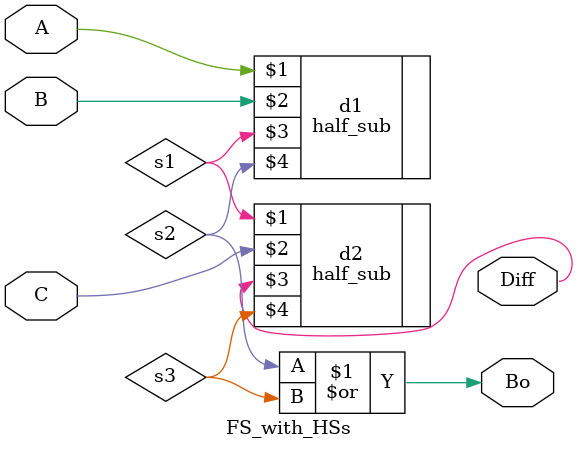
<source format=v>
`timescale 1ns / 1ps


module FS_with_HSs(
    input A,
    input B,
    input C,
    output Diff,
    output Bo
    );
    
   wire s1,s2,s3;
   half_sub d1(A,B,s1,s2);
   half_sub d2(s1,C,Diff,s3);
   assign Bo = s2|s3;
endmodule

</source>
